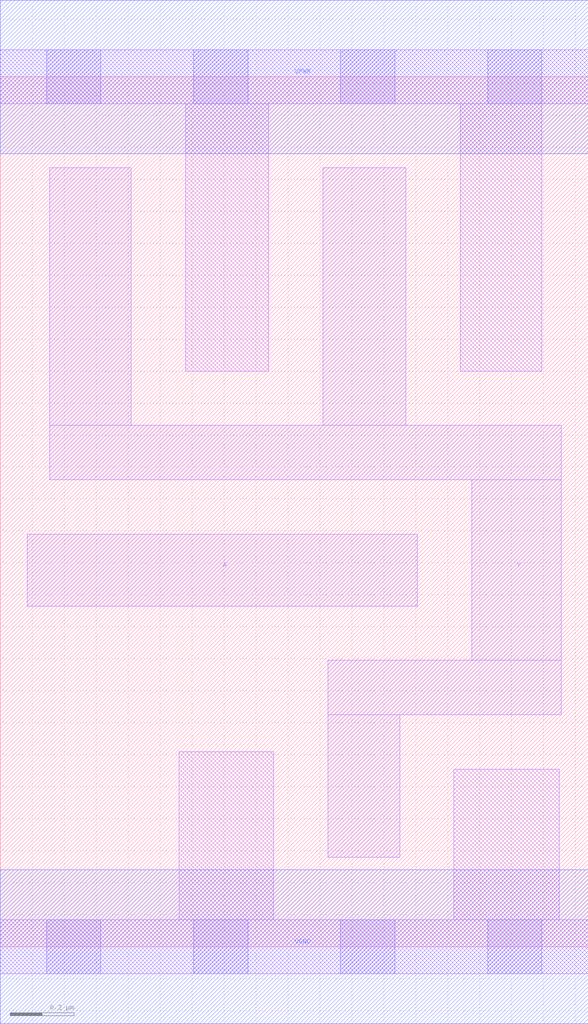
<source format=lef>
# Copyright 2020 The SkyWater PDK Authors
#
# Licensed under the Apache License, Version 2.0 (the "License");
# you may not use this file except in compliance with the License.
# You may obtain a copy of the License at
#
#     https://www.apache.org/licenses/LICENSE-2.0
#
# Unless required by applicable law or agreed to in writing, software
# distributed under the License is distributed on an "AS IS" BASIS,
# WITHOUT WARRANTIES OR CONDITIONS OF ANY KIND, either express or implied.
# See the License for the specific language governing permissions and
# limitations under the License.
#
# SPDX-License-Identifier: Apache-2.0

VERSION 5.7 ;
  NAMESCASESENSITIVE ON ;
  NOWIREEXTENSIONATPIN ON ;
  DIVIDERCHAR "/" ;
  BUSBITCHARS "[]" ;
UNITS
  DATABASE MICRONS 200 ;
END UNITS
MACRO sky130_fd_sc_hd__clkinv_2
  CLASS CORE ;
  SOURCE USER ;
  FOREIGN sky130_fd_sc_hd__clkinv_2 ;
  ORIGIN  0.000000  0.000000 ;
  SIZE  1.840000 BY  2.720000 ;
  SYMMETRY X Y R90 ;
  SITE unithd ;
  PIN A
    ANTENNAGATEAREA  0.576000 ;
    DIRECTION INPUT ;
    USE SIGNAL ;
    PORT
      LAYER li1 ;
        RECT 0.085000 1.065000 1.305000 1.290000 ;
    END
  END A
  PIN Y
    ANTENNADIFFAREA  0.662600 ;
    DIRECTION OUTPUT ;
    USE SIGNAL ;
    PORT
      LAYER li1 ;
        RECT 0.155000 1.460000 1.755000 1.630000 ;
        RECT 0.155000 1.630000 0.410000 2.435000 ;
        RECT 1.010000 1.630000 1.270000 2.435000 ;
        RECT 1.025000 0.280000 1.250000 0.725000 ;
        RECT 1.025000 0.725000 1.755000 0.895000 ;
        RECT 1.475000 0.895000 1.755000 1.460000 ;
    END
  END Y
  PIN VGND
    DIRECTION INOUT ;
    SHAPE ABUTMENT ;
    USE GROUND ;
    PORT
      LAYER met1 ;
        RECT 0.000000 -0.240000 1.840000 0.240000 ;
    END
  END VGND
  PIN VPWR
    DIRECTION INOUT ;
    SHAPE ABUTMENT ;
    USE POWER ;
    PORT
      LAYER met1 ;
        RECT 0.000000 2.480000 1.840000 2.960000 ;
    END
  END VPWR
  OBS
    LAYER li1 ;
      RECT 0.000000 -0.085000 1.840000 0.085000 ;
      RECT 0.000000  2.635000 1.840000 2.805000 ;
      RECT 0.560000  0.085000 0.855000 0.610000 ;
      RECT 0.580000  1.800000 0.840000 2.635000 ;
      RECT 1.420000  0.085000 1.750000 0.555000 ;
      RECT 1.440000  1.800000 1.695000 2.635000 ;
    LAYER mcon ;
      RECT 0.145000 -0.085000 0.315000 0.085000 ;
      RECT 0.145000  2.635000 0.315000 2.805000 ;
      RECT 0.605000 -0.085000 0.775000 0.085000 ;
      RECT 0.605000  2.635000 0.775000 2.805000 ;
      RECT 1.065000 -0.085000 1.235000 0.085000 ;
      RECT 1.065000  2.635000 1.235000 2.805000 ;
      RECT 1.525000 -0.085000 1.695000 0.085000 ;
      RECT 1.525000  2.635000 1.695000 2.805000 ;
  END
END sky130_fd_sc_hd__clkinv_2

</source>
